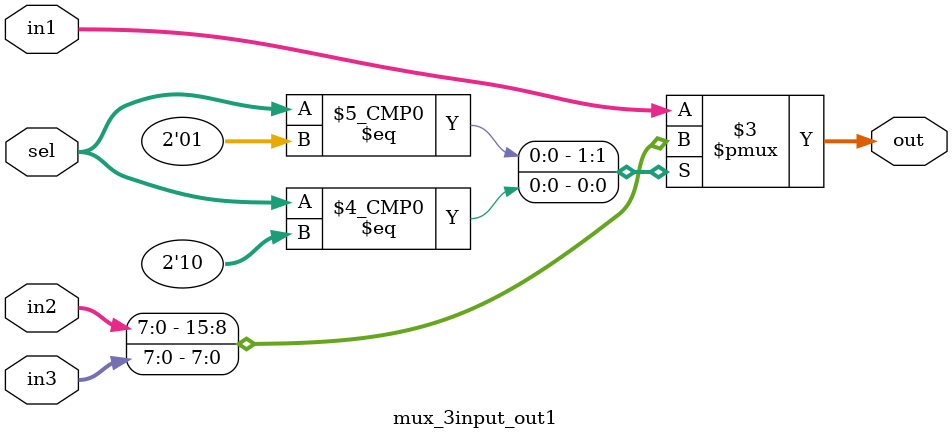
<source format=v>
module mux_3input_out1 #(parameter integer LENGTH = 8) (
    input wire [LENGTH-1:0] in1,
    input wire [LENGTH-1:0] in2,
    input wire [LENGTH-1:0] in3,
    input wire [1:0] sel,
    output reg [LENGTH-1:0] out
);

    always @* begin
        case (sel)
            2'b00: out = in1;
            2'b01: out = in2;
            2'b10: out = in3;
            default: out = in1; // Default behavior, you can choose any input
        endcase
    end

endmodule // mux_3input_out1

</source>
